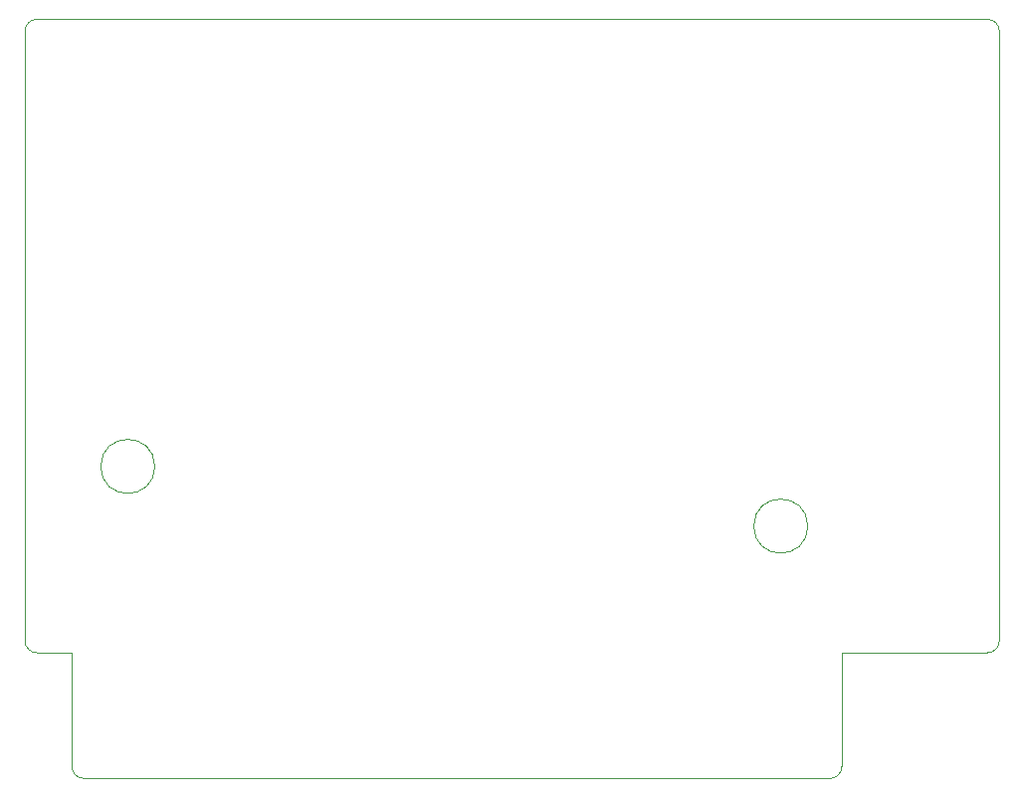
<source format=gbr>
%TF.GenerationSoftware,KiCad,Pcbnew,8.0.5*%
%TF.CreationDate,2024-10-26T01:08:05+02:00*%
%TF.ProjectId,Pico2-MSX,5069636f-322d-44d5-9358-2e6b69636164,0.3*%
%TF.SameCoordinates,Original*%
%TF.FileFunction,Profile,NP*%
%FSLAX46Y46*%
G04 Gerber Fmt 4.6, Leading zero omitted, Abs format (unit mm)*
G04 Created by KiCad (PCBNEW 8.0.5) date 2024-10-26 01:08:05*
%MOMM*%
%LPD*%
G01*
G04 APERTURE LIST*
%TA.AperFunction,Profile*%
%ADD10C,0.100000*%
%TD*%
G04 APERTURE END LIST*
D10*
X200992500Y-61230000D02*
G75*
G02*
X201992500Y-62230000I0J-1000000D01*
G01*
X201992500Y-62230000D02*
X201992500Y-114122500D01*
X124092500Y-125822500D02*
G75*
G02*
X123092500Y-124822500I0J1000000D01*
G01*
X200992500Y-115122500D02*
X188592500Y-115122500D01*
X124092500Y-125822500D02*
X187592500Y-125822500D01*
X120092500Y-115122500D02*
X123092500Y-115122500D01*
X201992500Y-114122500D02*
G75*
G02*
X200992500Y-115122500I-1000000J0D01*
G01*
X188592500Y-124822500D02*
X188592500Y-115122500D01*
X185697500Y-104351500D02*
G75*
G02*
X181097500Y-104351500I-2300000J0D01*
G01*
X181097500Y-104351500D02*
G75*
G02*
X185697500Y-104351500I2300000J0D01*
G01*
X123092500Y-124822500D02*
X123092500Y-115122500D01*
X119092500Y-114122500D02*
X119092500Y-62230000D01*
X119092500Y-62230000D02*
G75*
G02*
X120092500Y-61230000I1000000J0D01*
G01*
X188592500Y-124822500D02*
G75*
G02*
X187592500Y-125822500I-999900J-100D01*
G01*
X120092500Y-61230000D02*
X200992500Y-61230000D01*
X120092500Y-115122500D02*
G75*
G02*
X119092500Y-114122500I0J1000000D01*
G01*
X130137500Y-99271500D02*
G75*
G02*
X125537500Y-99271500I-2300000J0D01*
G01*
X125537500Y-99271500D02*
G75*
G02*
X130137500Y-99271500I2300000J0D01*
G01*
M02*

</source>
